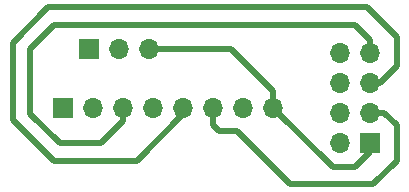
<source format=gbr>
%TF.GenerationSoftware,KiCad,Pcbnew,8.0.3*%
%TF.CreationDate,2024-08-13T18:53:29+02:00*%
%TF.ProjectId,SD cc1101 def,53442063-6331-4313-9031-206465662e6b,rev?*%
%TF.SameCoordinates,Original*%
%TF.FileFunction,Copper,L2,Bot*%
%TF.FilePolarity,Positive*%
%FSLAX46Y46*%
G04 Gerber Fmt 4.6, Leading zero omitted, Abs format (unit mm)*
G04 Created by KiCad (PCBNEW 8.0.3) date 2024-08-13 18:53:29*
%MOMM*%
%LPD*%
G01*
G04 APERTURE LIST*
%TA.AperFunction,ComponentPad*%
%ADD10R,1.700000X1.700000*%
%TD*%
%TA.AperFunction,ComponentPad*%
%ADD11O,1.700000X1.700000*%
%TD*%
%TA.AperFunction,Conductor*%
%ADD12C,0.500000*%
%TD*%
%TA.AperFunction,Conductor*%
%ADD13C,0.200000*%
%TD*%
G04 APERTURE END LIST*
D10*
%TO.P,REF\u002A\u002A,1*%
%TO.N,N/C*%
X196475000Y-71500000D03*
D11*
%TO.P,REF\u002A\u002A,2*%
X199015000Y-71500000D03*
%TO.P,REF\u002A\u002A,3*%
X201555000Y-71500000D03*
%TD*%
D10*
%TO.P,REF\u002A\u002A,1*%
%TO.N,N/C*%
X220275000Y-79500000D03*
D11*
%TO.P,REF\u002A\u002A,2*%
X217735000Y-79500000D03*
%TO.P,REF\u002A\u002A,3*%
X220275000Y-76960000D03*
%TO.P,REF\u002A\u002A,4*%
X217735000Y-76960000D03*
%TO.P,REF\u002A\u002A,5*%
X220275000Y-74420000D03*
%TO.P,REF\u002A\u002A,6*%
X217735000Y-74420000D03*
%TO.P,REF\u002A\u002A,7*%
X220275000Y-71880000D03*
%TO.P,REF\u002A\u002A,8*%
X217735000Y-71880000D03*
%TD*%
D10*
%TO.P,REF\u002A\u002A,1*%
%TO.N,N/C*%
X194300000Y-76500000D03*
D11*
%TO.P,REF\u002A\u002A,2*%
X196840000Y-76500000D03*
%TO.P,REF\u002A\u002A,3*%
X199380000Y-76500000D03*
%TO.P,REF\u002A\u002A,4*%
X201920000Y-76500000D03*
%TO.P,REF\u002A\u002A,5*%
X204460000Y-76500000D03*
%TO.P,REF\u002A\u002A,6*%
X207000000Y-76500000D03*
%TO.P,REF\u002A\u002A,7*%
X209540000Y-76500000D03*
%TO.P,REF\u002A\u002A,8*%
X212080000Y-76500000D03*
%TD*%
D12*
%TO.N,*%
X220275000Y-70775000D02*
X220275000Y-71880000D01*
X193500000Y-69500000D02*
X219000000Y-69500000D01*
X191500000Y-77000000D02*
X191500000Y-71500000D01*
X191500000Y-71500000D02*
X193500000Y-69500000D01*
X197500000Y-79500000D02*
X194000000Y-79500000D01*
X194000000Y-79500000D02*
X191500000Y-77000000D01*
X199380000Y-77620000D02*
X197500000Y-79500000D01*
X199380000Y-76500000D02*
X199380000Y-77620000D01*
X219000000Y-69500000D02*
X220275000Y-70775000D01*
X212080000Y-75080000D02*
X212080000Y-76500000D01*
X208500000Y-71500000D02*
X212080000Y-75080000D01*
X201555000Y-71500000D02*
X208500000Y-71500000D01*
X207500000Y-78500000D02*
X207000000Y-78000000D01*
X207000000Y-78000000D02*
X207000000Y-76500000D01*
X213500000Y-83000000D02*
X209000000Y-78500000D01*
X222500000Y-78000000D02*
X222500000Y-81000000D01*
X222500000Y-81000000D02*
X220500000Y-83000000D01*
X221460000Y-76960000D02*
X222500000Y-78000000D01*
X209000000Y-78500000D02*
X207500000Y-78500000D01*
X220275000Y-76960000D02*
X221460000Y-76960000D01*
X220500000Y-83000000D02*
X213500000Y-83000000D01*
X204460000Y-77040000D02*
X204460000Y-76500000D01*
X200500000Y-81000000D02*
X204460000Y-77040000D01*
X200000000Y-81000000D02*
X200500000Y-81000000D01*
X190000000Y-77500000D02*
X193500000Y-81000000D01*
X222500000Y-70500000D02*
X220000000Y-68000000D01*
X222500000Y-73000000D02*
X222500000Y-70500000D01*
X193000000Y-68000000D02*
X190000000Y-71000000D01*
X221080000Y-74420000D02*
X222500000Y-73000000D01*
X193500000Y-81000000D02*
X200000000Y-81000000D01*
X220000000Y-68000000D02*
X193000000Y-68000000D01*
X220275000Y-74420000D02*
X221080000Y-74420000D01*
X190000000Y-71000000D02*
X190000000Y-77500000D01*
X220275000Y-80225000D02*
X220275000Y-79500000D01*
X217080000Y-81500000D02*
X219000000Y-81500000D01*
X219000000Y-81500000D02*
X220275000Y-80225000D01*
X212080000Y-76500000D02*
X217080000Y-81500000D01*
D13*
X200000000Y-81000000D02*
X200000000Y-80960000D01*
%TD*%
M02*

</source>
